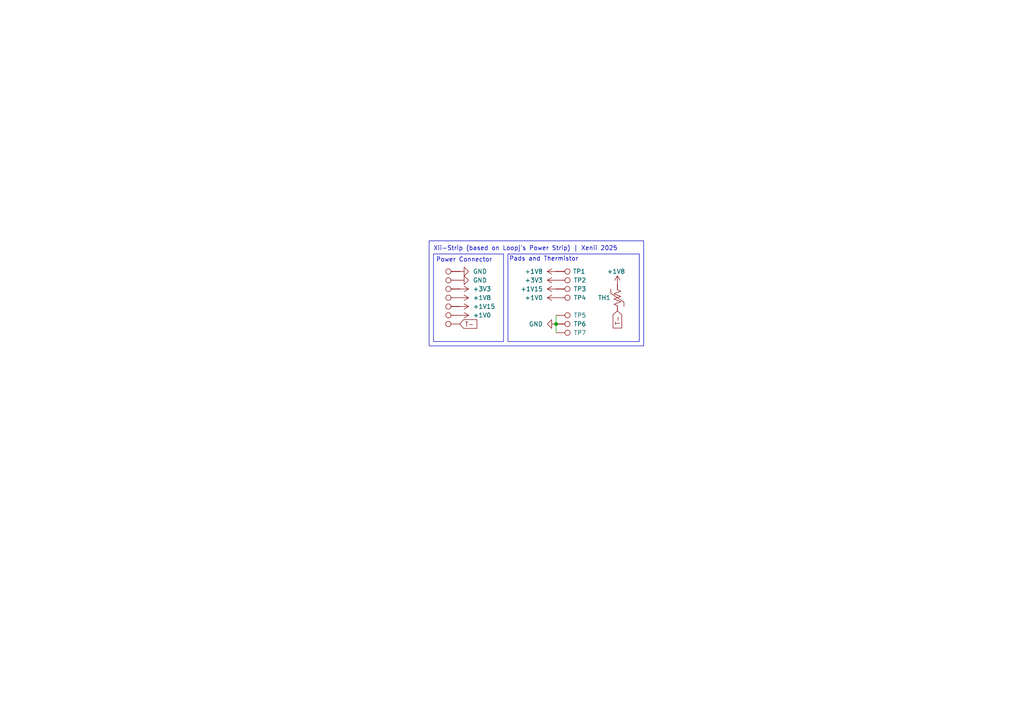
<source format=kicad_sch>
(kicad_sch
	(version 20231120)
	(generator "eeschema")
	(generator_version "8.0")
	(uuid "44cedf01-296b-4a1e-b4ec-dac579787f90")
	(paper "A4")
	(lib_symbols
		(symbol "Connector:TestPoint"
			(pin_numbers hide)
			(pin_names
				(offset 0.762) hide)
			(exclude_from_sim no)
			(in_bom yes)
			(on_board yes)
			(property "Reference" "TP"
				(at 0 6.858 0)
				(effects
					(font
						(size 1.27 1.27)
					)
				)
			)
			(property "Value" "TestPoint"
				(at 0 5.08 0)
				(effects
					(font
						(size 1.27 1.27)
					)
				)
			)
			(property "Footprint" ""
				(at 5.08 0 0)
				(effects
					(font
						(size 1.27 1.27)
					)
					(hide yes)
				)
			)
			(property "Datasheet" "~"
				(at 5.08 0 0)
				(effects
					(font
						(size 1.27 1.27)
					)
					(hide yes)
				)
			)
			(property "Description" "test point"
				(at 0 0 0)
				(effects
					(font
						(size 1.27 1.27)
					)
					(hide yes)
				)
			)
			(property "ki_keywords" "test point tp"
				(at 0 0 0)
				(effects
					(font
						(size 1.27 1.27)
					)
					(hide yes)
				)
			)
			(property "ki_fp_filters" "Pin* Test*"
				(at 0 0 0)
				(effects
					(font
						(size 1.27 1.27)
					)
					(hide yes)
				)
			)
			(symbol "TestPoint_0_1"
				(circle
					(center 0 3.302)
					(radius 0.762)
					(stroke
						(width 0)
						(type default)
					)
					(fill
						(type none)
					)
				)
			)
			(symbol "TestPoint_1_1"
				(pin passive line
					(at 0 0 90)
					(length 2.54)
					(name "1"
						(effects
							(font
								(size 1.27 1.27)
							)
						)
					)
					(number "1"
						(effects
							(font
								(size 1.27 1.27)
							)
						)
					)
				)
			)
		)
		(symbol "Device:Thermistor_US"
			(pin_numbers hide)
			(pin_names
				(offset 0)
			)
			(exclude_from_sim no)
			(in_bom yes)
			(on_board yes)
			(property "Reference" "TH"
				(at 2.54 1.27 90)
				(effects
					(font
						(size 1.27 1.27)
					)
				)
			)
			(property "Value" "Thermistor_US"
				(at -2.54 0 90)
				(effects
					(font
						(size 1.27 1.27)
					)
					(justify bottom)
				)
			)
			(property "Footprint" ""
				(at 0 0 0)
				(effects
					(font
						(size 1.27 1.27)
					)
					(hide yes)
				)
			)
			(property "Datasheet" "~"
				(at 0 0 0)
				(effects
					(font
						(size 1.27 1.27)
					)
					(hide yes)
				)
			)
			(property "Description" "Thermistor, temperature dependent resistor, US symbol"
				(at 0 0 0)
				(effects
					(font
						(size 1.27 1.27)
					)
					(hide yes)
				)
			)
			(property "ki_keywords" "R res thermistor"
				(at 0 0 0)
				(effects
					(font
						(size 1.27 1.27)
					)
					(hide yes)
				)
			)
			(property "ki_fp_filters" "R_*"
				(at 0 0 0)
				(effects
					(font
						(size 1.27 1.27)
					)
					(hide yes)
				)
			)
			(symbol "Thermistor_US_0_1"
				(polyline
					(pts
						(xy 0 -2.286) (xy 0 -2.54)
					)
					(stroke
						(width 0)
						(type default)
					)
					(fill
						(type none)
					)
				)
				(polyline
					(pts
						(xy 0 2.286) (xy 0 2.54)
					)
					(stroke
						(width 0)
						(type default)
					)
					(fill
						(type none)
					)
				)
				(polyline
					(pts
						(xy 1.905 -1.27) (xy 1.905 -2.54)
					)
					(stroke
						(width 0)
						(type default)
					)
					(fill
						(type none)
					)
				)
				(polyline
					(pts
						(xy -1.905 2.54) (xy -1.905 1.27) (xy 1.905 -1.27)
					)
					(stroke
						(width 0)
						(type default)
					)
					(fill
						(type none)
					)
				)
				(polyline
					(pts
						(xy 0 -0.762) (xy 1.016 -1.143) (xy 0 -1.524) (xy -1.016 -1.905) (xy 0 -2.286)
					)
					(stroke
						(width 0)
						(type default)
					)
					(fill
						(type none)
					)
				)
				(polyline
					(pts
						(xy 0 0.762) (xy 1.016 0.381) (xy 0 0) (xy -1.016 -0.381) (xy 0 -0.762)
					)
					(stroke
						(width 0)
						(type default)
					)
					(fill
						(type none)
					)
				)
				(polyline
					(pts
						(xy 0 2.286) (xy 1.016 1.905) (xy 0 1.524) (xy -1.016 1.143) (xy 0 0.762)
					)
					(stroke
						(width 0)
						(type default)
					)
					(fill
						(type none)
					)
				)
			)
			(symbol "Thermistor_US_1_1"
				(pin passive line
					(at 0 3.81 270)
					(length 1.27)
					(name "~"
						(effects
							(font
								(size 1.27 1.27)
							)
						)
					)
					(number "1"
						(effects
							(font
								(size 1.27 1.27)
							)
						)
					)
				)
				(pin passive line
					(at 0 -3.81 90)
					(length 1.27)
					(name "~"
						(effects
							(font
								(size 1.27 1.27)
							)
						)
					)
					(number "2"
						(effects
							(font
								(size 1.27 1.27)
							)
						)
					)
				)
			)
		)
		(symbol "power:+1V0"
			(power)
			(pin_numbers hide)
			(pin_names
				(offset 0) hide)
			(exclude_from_sim no)
			(in_bom yes)
			(on_board yes)
			(property "Reference" "#PWR"
				(at 0 -3.81 0)
				(effects
					(font
						(size 1.27 1.27)
					)
					(hide yes)
				)
			)
			(property "Value" "+1V0"
				(at 0 3.556 0)
				(effects
					(font
						(size 1.27 1.27)
					)
				)
			)
			(property "Footprint" ""
				(at 0 0 0)
				(effects
					(font
						(size 1.27 1.27)
					)
					(hide yes)
				)
			)
			(property "Datasheet" ""
				(at 0 0 0)
				(effects
					(font
						(size 1.27 1.27)
					)
					(hide yes)
				)
			)
			(property "Description" "Power symbol creates a global label with name \"+1V0\""
				(at 0 0 0)
				(effects
					(font
						(size 1.27 1.27)
					)
					(hide yes)
				)
			)
			(property "ki_keywords" "global power"
				(at 0 0 0)
				(effects
					(font
						(size 1.27 1.27)
					)
					(hide yes)
				)
			)
			(symbol "+1V0_0_1"
				(polyline
					(pts
						(xy -0.762 1.27) (xy 0 2.54)
					)
					(stroke
						(width 0)
						(type default)
					)
					(fill
						(type none)
					)
				)
				(polyline
					(pts
						(xy 0 0) (xy 0 2.54)
					)
					(stroke
						(width 0)
						(type default)
					)
					(fill
						(type none)
					)
				)
				(polyline
					(pts
						(xy 0 2.54) (xy 0.762 1.27)
					)
					(stroke
						(width 0)
						(type default)
					)
					(fill
						(type none)
					)
				)
			)
			(symbol "+1V0_1_1"
				(pin power_in line
					(at 0 0 90)
					(length 0)
					(name "~"
						(effects
							(font
								(size 1.27 1.27)
							)
						)
					)
					(number "1"
						(effects
							(font
								(size 1.27 1.27)
							)
						)
					)
				)
			)
		)
		(symbol "power:+1V2"
			(power)
			(pin_numbers hide)
			(pin_names
				(offset 0) hide)
			(exclude_from_sim no)
			(in_bom yes)
			(on_board yes)
			(property "Reference" "#PWR"
				(at 0 -3.81 0)
				(effects
					(font
						(size 1.27 1.27)
					)
					(hide yes)
				)
			)
			(property "Value" "+1V2"
				(at 0 3.556 0)
				(effects
					(font
						(size 1.27 1.27)
					)
				)
			)
			(property "Footprint" ""
				(at 0 0 0)
				(effects
					(font
						(size 1.27 1.27)
					)
					(hide yes)
				)
			)
			(property "Datasheet" ""
				(at 0 0 0)
				(effects
					(font
						(size 1.27 1.27)
					)
					(hide yes)
				)
			)
			(property "Description" "Power symbol creates a global label with name \"+1V2\""
				(at 0 0 0)
				(effects
					(font
						(size 1.27 1.27)
					)
					(hide yes)
				)
			)
			(property "ki_keywords" "global power"
				(at 0 0 0)
				(effects
					(font
						(size 1.27 1.27)
					)
					(hide yes)
				)
			)
			(symbol "+1V2_0_1"
				(polyline
					(pts
						(xy -0.762 1.27) (xy 0 2.54)
					)
					(stroke
						(width 0)
						(type default)
					)
					(fill
						(type none)
					)
				)
				(polyline
					(pts
						(xy 0 0) (xy 0 2.54)
					)
					(stroke
						(width 0)
						(type default)
					)
					(fill
						(type none)
					)
				)
				(polyline
					(pts
						(xy 0 2.54) (xy 0.762 1.27)
					)
					(stroke
						(width 0)
						(type default)
					)
					(fill
						(type none)
					)
				)
			)
			(symbol "+1V2_1_1"
				(pin power_in line
					(at 0 0 90)
					(length 0)
					(name "~"
						(effects
							(font
								(size 1.27 1.27)
							)
						)
					)
					(number "1"
						(effects
							(font
								(size 1.27 1.27)
							)
						)
					)
				)
			)
		)
		(symbol "power:+1V8"
			(power)
			(pin_numbers hide)
			(pin_names
				(offset 0) hide)
			(exclude_from_sim no)
			(in_bom yes)
			(on_board yes)
			(property "Reference" "#PWR"
				(at 0 -3.81 0)
				(effects
					(font
						(size 1.27 1.27)
					)
					(hide yes)
				)
			)
			(property "Value" "+1V8"
				(at 0 3.556 0)
				(effects
					(font
						(size 1.27 1.27)
					)
				)
			)
			(property "Footprint" ""
				(at 0 0 0)
				(effects
					(font
						(size 1.27 1.27)
					)
					(hide yes)
				)
			)
			(property "Datasheet" ""
				(at 0 0 0)
				(effects
					(font
						(size 1.27 1.27)
					)
					(hide yes)
				)
			)
			(property "Description" "Power symbol creates a global label with name \"+1V8\""
				(at 0 0 0)
				(effects
					(font
						(size 1.27 1.27)
					)
					(hide yes)
				)
			)
			(property "ki_keywords" "global power"
				(at 0 0 0)
				(effects
					(font
						(size 1.27 1.27)
					)
					(hide yes)
				)
			)
			(symbol "+1V8_0_1"
				(polyline
					(pts
						(xy -0.762 1.27) (xy 0 2.54)
					)
					(stroke
						(width 0)
						(type default)
					)
					(fill
						(type none)
					)
				)
				(polyline
					(pts
						(xy 0 0) (xy 0 2.54)
					)
					(stroke
						(width 0)
						(type default)
					)
					(fill
						(type none)
					)
				)
				(polyline
					(pts
						(xy 0 2.54) (xy 0.762 1.27)
					)
					(stroke
						(width 0)
						(type default)
					)
					(fill
						(type none)
					)
				)
			)
			(symbol "+1V8_1_1"
				(pin power_in line
					(at 0 0 90)
					(length 0)
					(name "~"
						(effects
							(font
								(size 1.27 1.27)
							)
						)
					)
					(number "1"
						(effects
							(font
								(size 1.27 1.27)
							)
						)
					)
				)
			)
		)
		(symbol "power:+3V3"
			(power)
			(pin_numbers hide)
			(pin_names
				(offset 0) hide)
			(exclude_from_sim no)
			(in_bom yes)
			(on_board yes)
			(property "Reference" "#PWR"
				(at 0 -3.81 0)
				(effects
					(font
						(size 1.27 1.27)
					)
					(hide yes)
				)
			)
			(property "Value" "+3V3"
				(at 0 3.556 0)
				(effects
					(font
						(size 1.27 1.27)
					)
				)
			)
			(property "Footprint" ""
				(at 0 0 0)
				(effects
					(font
						(size 1.27 1.27)
					)
					(hide yes)
				)
			)
			(property "Datasheet" ""
				(at 0 0 0)
				(effects
					(font
						(size 1.27 1.27)
					)
					(hide yes)
				)
			)
			(property "Description" "Power symbol creates a global label with name \"+3V3\""
				(at 0 0 0)
				(effects
					(font
						(size 1.27 1.27)
					)
					(hide yes)
				)
			)
			(property "ki_keywords" "global power"
				(at 0 0 0)
				(effects
					(font
						(size 1.27 1.27)
					)
					(hide yes)
				)
			)
			(symbol "+3V3_0_1"
				(polyline
					(pts
						(xy -0.762 1.27) (xy 0 2.54)
					)
					(stroke
						(width 0)
						(type default)
					)
					(fill
						(type none)
					)
				)
				(polyline
					(pts
						(xy 0 0) (xy 0 2.54)
					)
					(stroke
						(width 0)
						(type default)
					)
					(fill
						(type none)
					)
				)
				(polyline
					(pts
						(xy 0 2.54) (xy 0.762 1.27)
					)
					(stroke
						(width 0)
						(type default)
					)
					(fill
						(type none)
					)
				)
			)
			(symbol "+3V3_1_1"
				(pin power_in line
					(at 0 0 90)
					(length 0)
					(name "~"
						(effects
							(font
								(size 1.27 1.27)
							)
						)
					)
					(number "1"
						(effects
							(font
								(size 1.27 1.27)
							)
						)
					)
				)
			)
		)
		(symbol "power:GND"
			(power)
			(pin_numbers hide)
			(pin_names
				(offset 0) hide)
			(exclude_from_sim no)
			(in_bom yes)
			(on_board yes)
			(property "Reference" "#PWR"
				(at 0 -6.35 0)
				(effects
					(font
						(size 1.27 1.27)
					)
					(hide yes)
				)
			)
			(property "Value" "GND"
				(at 0 -3.81 0)
				(effects
					(font
						(size 1.27 1.27)
					)
				)
			)
			(property "Footprint" ""
				(at 0 0 0)
				(effects
					(font
						(size 1.27 1.27)
					)
					(hide yes)
				)
			)
			(property "Datasheet" ""
				(at 0 0 0)
				(effects
					(font
						(size 1.27 1.27)
					)
					(hide yes)
				)
			)
			(property "Description" "Power symbol creates a global label with name \"GND\" , ground"
				(at 0 0 0)
				(effects
					(font
						(size 1.27 1.27)
					)
					(hide yes)
				)
			)
			(property "ki_keywords" "global power"
				(at 0 0 0)
				(effects
					(font
						(size 1.27 1.27)
					)
					(hide yes)
				)
			)
			(symbol "GND_0_1"
				(polyline
					(pts
						(xy 0 0) (xy 0 -1.27) (xy 1.27 -1.27) (xy 0 -2.54) (xy -1.27 -1.27) (xy 0 -1.27)
					)
					(stroke
						(width 0)
						(type default)
					)
					(fill
						(type none)
					)
				)
			)
			(symbol "GND_1_1"
				(pin power_in line
					(at 0 0 270)
					(length 0)
					(name "~"
						(effects
							(font
								(size 1.27 1.27)
							)
						)
					)
					(number "1"
						(effects
							(font
								(size 1.27 1.27)
							)
						)
					)
				)
			)
		)
	)
	(junction
		(at 161.29 93.98)
		(diameter 0)
		(color 0 0 0 0)
		(uuid "575b933b-b872-46f2-ac05-def07c714e1c")
	)
	(wire
		(pts
			(xy 161.29 91.44) (xy 161.29 93.98)
		)
		(stroke
			(width 0)
			(type default)
		)
		(uuid "db43b2ec-deec-47eb-ac36-74a30e5babe8")
	)
	(wire
		(pts
			(xy 161.29 93.98) (xy 161.29 96.52)
		)
		(stroke
			(width 0)
			(type default)
		)
		(uuid "fd98a2ea-35e0-4871-b71d-1a4df567166d")
	)
	(rectangle
		(start 125.73 73.66)
		(end 146.05 99.06)
		(stroke
			(width 0)
			(type default)
		)
		(fill
			(type none)
		)
		(uuid 71edfc38-1356-4c36-ab5b-b873d7314ee8)
	)
	(rectangle
		(start 147.32 73.66)
		(end 185.42 99.06)
		(stroke
			(width 0)
			(type default)
		)
		(fill
			(type none)
		)
		(uuid b96e5f9e-9c3a-4c84-9868-3f27d0e69725)
	)
	(rectangle
		(start 124.46 69.85)
		(end 186.69 100.33)
		(stroke
			(width 0)
			(type default)
		)
		(fill
			(type none)
		)
		(uuid e79b10bc-6425-4194-97e8-15e5c5874e21)
	)
	(text "Power Connector"
		(exclude_from_sim no)
		(at 134.62 75.438 0)
		(effects
			(font
				(size 1.27 1.27)
			)
		)
		(uuid "716169fd-d4c5-4c16-935a-1df45e870dc2")
	)
	(text "Xii-Strip (based on Loopj's Power Strip) | Xenii 2025"
		(exclude_from_sim no)
		(at 152.4 72.136 0)
		(effects
			(font
				(size 1.27 1.27)
			)
		)
		(uuid "cdb9f8a0-4c16-40ee-b234-622b68a335b2")
	)
	(text "Pads and Thermistor"
		(exclude_from_sim no)
		(at 157.734 75.184 0)
		(effects
			(font
				(size 1.27 1.27)
			)
		)
		(uuid "e4131234-6517-4a7e-9544-31b89190d440")
	)
	(global_label "T-"
		(shape input)
		(at 179.07 90.17 270)
		(fields_autoplaced yes)
		(effects
			(font
				(size 1.27 1.27)
			)
			(justify right)
		)
		(uuid "11d9e6dc-01ca-4525-8b94-86b982796422")
		(property "Intersheetrefs" "${INTERSHEET_REFS}"
			(at 179.07 95.6952 90)
			(effects
				(font
					(size 1.27 1.27)
				)
				(justify right)
				(hide yes)
			)
		)
	)
	(global_label "T-"
		(shape input)
		(at 133.35 93.98 0)
		(fields_autoplaced yes)
		(effects
			(font
				(size 1.27 1.27)
			)
			(justify left)
		)
		(uuid "7d4b4f04-03cf-4a07-89cd-fc509794b8fb")
		(property "Intersheetrefs" "${INTERSHEET_REFS}"
			(at 138.8752 93.98 0)
			(effects
				(font
					(size 1.27 1.27)
				)
				(justify left)
				(hide yes)
			)
		)
	)
	(symbol
		(lib_id "Connector:TestPoint")
		(at 133.35 91.44 90)
		(unit 1)
		(exclude_from_sim no)
		(in_bom yes)
		(on_board yes)
		(dnp no)
		(uuid "00298f6a-cffd-4fc1-8390-06e0568965cb")
		(property "Reference" "TP11"
			(at 125.222 91.44 90)
			(effects
				(font
					(size 1.27 1.27)
				)
				(hide yes)
			)
		)
		(property "Value" "TestPoint"
			(at 130.048 88.9 90)
			(effects
				(font
					(size 1.27 1.27)
				)
				(hide yes)
			)
		)
		(property "Footprint" "Xii-Striip-Power-Pad:Pogo Power Pad Dual"
			(at 133.35 86.36 0)
			(effects
				(font
					(size 1.27 1.27)
				)
				(hide yes)
			)
		)
		(property "Datasheet" "~"
			(at 133.35 86.36 0)
			(effects
				(font
					(size 1.27 1.27)
				)
				(hide yes)
			)
		)
		(property "Description" "test point"
			(at 133.35 91.44 0)
			(effects
				(font
					(size 1.27 1.27)
				)
				(hide yes)
			)
		)
		(pin "1"
			(uuid "8bef4c99-4a25-4f36-ad4a-aa1af93ae585")
		)
		(instances
			(project "Xii-Strip"
				(path "/44cedf01-296b-4a1e-b4ec-dac579787f90"
					(reference "TP11")
					(unit 1)
				)
			)
		)
	)
	(symbol
		(lib_id "Connector:TestPoint")
		(at 161.29 91.44 270)
		(unit 1)
		(exclude_from_sim no)
		(in_bom yes)
		(on_board yes)
		(dnp no)
		(uuid "058e94a8-eb16-45ba-a2c2-e9b153cc5a18")
		(property "Reference" "TP5"
			(at 166.37 91.44 90)
			(effects
				(font
					(size 1.27 1.27)
				)
				(justify left)
			)
		)
		(property "Value" "TestPoint"
			(at 166.37 92.7099 90)
			(effects
				(font
					(size 1.27 1.27)
				)
				(justify left)
				(hide yes)
			)
		)
		(property "Footprint" "Xii-Striip-Power-Pad:Xii-Strip-Power-Pad"
			(at 161.29 96.52 0)
			(effects
				(font
					(size 1.27 1.27)
				)
				(hide yes)
			)
		)
		(property "Datasheet" "~"
			(at 161.29 96.52 0)
			(effects
				(font
					(size 1.27 1.27)
				)
				(hide yes)
			)
		)
		(property "Description" "test point"
			(at 161.29 91.44 0)
			(effects
				(font
					(size 1.27 1.27)
				)
				(hide yes)
			)
		)
		(pin "1"
			(uuid "9423429a-f9fc-4772-a2d4-833a58da6d2d")
		)
		(instances
			(project "Xii-Strip"
				(path "/44cedf01-296b-4a1e-b4ec-dac579787f90"
					(reference "TP5")
					(unit 1)
				)
			)
		)
	)
	(symbol
		(lib_id "power:GND")
		(at 133.35 78.74 90)
		(unit 1)
		(exclude_from_sim no)
		(in_bom yes)
		(on_board yes)
		(dnp no)
		(fields_autoplaced yes)
		(uuid "09270c08-d0b1-4511-b950-17ed5c9bb81c")
		(property "Reference" "#PWR01"
			(at 139.7 78.74 0)
			(effects
				(font
					(size 1.27 1.27)
				)
				(hide yes)
			)
		)
		(property "Value" "GND"
			(at 137.16 78.7399 90)
			(effects
				(font
					(size 1.27 1.27)
				)
				(justify right)
			)
		)
		(property "Footprint" ""
			(at 133.35 78.74 0)
			(effects
				(font
					(size 1.27 1.27)
				)
				(hide yes)
			)
		)
		(property "Datasheet" ""
			(at 133.35 78.74 0)
			(effects
				(font
					(size 1.27 1.27)
				)
				(hide yes)
			)
		)
		(property "Description" "Power symbol creates a global label with name \"GND\" , ground"
			(at 133.35 78.74 0)
			(effects
				(font
					(size 1.27 1.27)
				)
				(hide yes)
			)
		)
		(pin "1"
			(uuid "f9e17de9-b116-48be-87c6-f7add6861105")
		)
		(instances
			(project "Xii-Strip"
				(path "/44cedf01-296b-4a1e-b4ec-dac579787f90"
					(reference "#PWR01")
					(unit 1)
				)
			)
		)
	)
	(symbol
		(lib_id "Connector:TestPoint")
		(at 133.35 93.98 90)
		(unit 1)
		(exclude_from_sim no)
		(in_bom yes)
		(on_board yes)
		(dnp no)
		(uuid "0c158eca-8054-4304-b4dd-56dd6bfd3b13")
		(property "Reference" "TP9"
			(at 125.222 93.98 90)
			(effects
				(font
					(size 1.27 1.27)
				)
				(hide yes)
			)
		)
		(property "Value" "TestPoint"
			(at 130.048 91.44 90)
			(effects
				(font
					(size 1.27 1.27)
				)
				(hide yes)
			)
		)
		(property "Footprint" "0900_0_15_20_76_14_11_0:Power-POGO"
			(at 133.35 88.9 0)
			(effects
				(font
					(size 1.27 1.27)
				)
				(hide yes)
			)
		)
		(property "Datasheet" "~"
			(at 133.35 88.9 0)
			(effects
				(font
					(size 1.27 1.27)
				)
				(hide yes)
			)
		)
		(property "Description" "test point"
			(at 133.35 93.98 0)
			(effects
				(font
					(size 1.27 1.27)
				)
				(hide yes)
			)
		)
		(pin "1"
			(uuid "445811b0-2ee5-4074-8600-6cef19d4dcb0")
		)
		(instances
			(project "Xii-Strip"
				(path "/44cedf01-296b-4a1e-b4ec-dac579787f90"
					(reference "TP9")
					(unit 1)
				)
			)
		)
	)
	(symbol
		(lib_id "Connector:TestPoint")
		(at 161.29 93.98 270)
		(unit 1)
		(exclude_from_sim no)
		(in_bom yes)
		(on_board yes)
		(dnp no)
		(uuid "201f5ed8-3946-462f-b88f-8b851cf4f80d")
		(property "Reference" "TP6"
			(at 166.37 93.98 90)
			(effects
				(font
					(size 1.27 1.27)
				)
				(justify left)
			)
		)
		(property "Value" "TestPoint"
			(at 166.37 95.2499 90)
			(effects
				(font
					(size 1.27 1.27)
				)
				(justify left)
				(hide yes)
			)
		)
		(property "Footprint" "Xii-Striip-Power-Pad:Xii-Strip-Power-Pad"
			(at 161.29 99.06 0)
			(effects
				(font
					(size 1.27 1.27)
				)
				(hide yes)
			)
		)
		(property "Datasheet" "~"
			(at 161.29 99.06 0)
			(effects
				(font
					(size 1.27 1.27)
				)
				(hide yes)
			)
		)
		(property "Description" "test point"
			(at 161.29 93.98 0)
			(effects
				(font
					(size 1.27 1.27)
				)
				(hide yes)
			)
		)
		(pin "1"
			(uuid "d4ffc014-7d1a-4ac0-9cd2-eed90cdff3b8")
		)
		(instances
			(project "Xii-Strip"
				(path "/44cedf01-296b-4a1e-b4ec-dac579787f90"
					(reference "TP6")
					(unit 1)
				)
			)
		)
	)
	(symbol
		(lib_id "Connector:TestPoint")
		(at 133.35 78.74 90)
		(unit 1)
		(exclude_from_sim no)
		(in_bom yes)
		(on_board yes)
		(dnp no)
		(uuid "36d531a9-6bbd-4770-9599-f5e5605e4123")
		(property "Reference" "TP14"
			(at 125.222 78.74 90)
			(effects
				(font
					(size 1.27 1.27)
				)
				(hide yes)
			)
		)
		(property "Value" "TestPoint"
			(at 130.048 76.2 90)
			(effects
				(font
					(size 1.27 1.27)
				)
				(hide yes)
			)
		)
		(property "Footprint" "0900_0_15_20_76_14_11_0:Power-POGO"
			(at 133.35 73.66 0)
			(effects
				(font
					(size 1.27 1.27)
				)
				(hide yes)
			)
		)
		(property "Datasheet" "~"
			(at 133.35 73.66 0)
			(effects
				(font
					(size 1.27 1.27)
				)
				(hide yes)
			)
		)
		(property "Description" "test point"
			(at 133.35 78.74 0)
			(effects
				(font
					(size 1.27 1.27)
				)
				(hide yes)
			)
		)
		(pin "1"
			(uuid "829eac4c-6dd3-48b6-87f4-51aa82afa17e")
		)
		(instances
			(project "Xii-Strip"
				(path "/44cedf01-296b-4a1e-b4ec-dac579787f90"
					(reference "TP14")
					(unit 1)
				)
			)
		)
	)
	(symbol
		(lib_id "Connector:TestPoint")
		(at 133.35 83.82 90)
		(unit 1)
		(exclude_from_sim no)
		(in_bom yes)
		(on_board yes)
		(dnp no)
		(uuid "41e2db66-a780-4a8b-ae83-ce76101eed61")
		(property "Reference" "TP8"
			(at 125.222 83.82 90)
			(effects
				(font
					(size 1.27 1.27)
				)
				(hide yes)
			)
		)
		(property "Value" "TestPoint"
			(at 130.048 81.28 90)
			(effects
				(font
					(size 1.27 1.27)
				)
				(hide yes)
			)
		)
		(property "Footprint" "Xii-Striip-Power-Pad:Pogo Power Pad Dual"
			(at 133.35 78.74 0)
			(effects
				(font
					(size 1.27 1.27)
				)
				(hide yes)
			)
		)
		(property "Datasheet" "~"
			(at 133.35 78.74 0)
			(effects
				(font
					(size 1.27 1.27)
				)
				(hide yes)
			)
		)
		(property "Description" "test point"
			(at 133.35 83.82 0)
			(effects
				(font
					(size 1.27 1.27)
				)
				(hide yes)
			)
		)
		(pin "1"
			(uuid "a43f15eb-e699-4aaa-a16e-824c9dae0f7d")
		)
		(instances
			(project ""
				(path "/44cedf01-296b-4a1e-b4ec-dac579787f90"
					(reference "TP8")
					(unit 1)
				)
			)
		)
	)
	(symbol
		(lib_id "power:+1V8")
		(at 179.07 82.55 0)
		(unit 1)
		(exclude_from_sim no)
		(in_bom yes)
		(on_board yes)
		(dnp no)
		(uuid "49b137a2-97c2-4010-a0df-9dd3d85a4adf")
		(property "Reference" "#PWR012"
			(at 179.07 86.36 0)
			(effects
				(font
					(size 1.27 1.27)
				)
				(hide yes)
			)
		)
		(property "Value" "+1V8"
			(at 176.022 78.74 0)
			(effects
				(font
					(size 1.27 1.27)
				)
				(justify left)
			)
		)
		(property "Footprint" ""
			(at 179.07 82.55 0)
			(effects
				(font
					(size 1.27 1.27)
				)
				(hide yes)
			)
		)
		(property "Datasheet" ""
			(at 179.07 82.55 0)
			(effects
				(font
					(size 1.27 1.27)
				)
				(hide yes)
			)
		)
		(property "Description" "Power symbol creates a global label with name \"+1V8\""
			(at 179.07 82.55 0)
			(effects
				(font
					(size 1.27 1.27)
				)
				(hide yes)
			)
		)
		(pin "1"
			(uuid "23713869-ef56-4b95-aece-e08e0f0bb54d")
		)
		(instances
			(project "Xii-Strip"
				(path "/44cedf01-296b-4a1e-b4ec-dac579787f90"
					(reference "#PWR012")
					(unit 1)
				)
			)
		)
	)
	(symbol
		(lib_id "Connector:TestPoint")
		(at 133.35 81.28 90)
		(unit 1)
		(exclude_from_sim no)
		(in_bom yes)
		(on_board yes)
		(dnp no)
		(uuid "4c606da0-a71a-48c8-8e28-ebfaefaa2a52")
		(property "Reference" "TP12"
			(at 125.222 81.28 90)
			(effects
				(font
					(size 1.27 1.27)
				)
				(hide yes)
			)
		)
		(property "Value" "TestPoint"
			(at 130.048 78.74 90)
			(effects
				(font
					(size 1.27 1.27)
				)
				(hide yes)
			)
		)
		(property "Footprint" "Xii-Striip-Power-Pad:Pogo Power Pad Dual"
			(at 133.35 76.2 0)
			(effects
				(font
					(size 1.27 1.27)
				)
				(hide yes)
			)
		)
		(property "Datasheet" "~"
			(at 133.35 76.2 0)
			(effects
				(font
					(size 1.27 1.27)
				)
				(hide yes)
			)
		)
		(property "Description" "test point"
			(at 133.35 81.28 0)
			(effects
				(font
					(size 1.27 1.27)
				)
				(hide yes)
			)
		)
		(pin "1"
			(uuid "37611aa5-888d-40a0-8293-17b731545200")
		)
		(instances
			(project "Xii-Strip"
				(path "/44cedf01-296b-4a1e-b4ec-dac579787f90"
					(reference "TP12")
					(unit 1)
				)
			)
		)
	)
	(symbol
		(lib_id "power:+1V0")
		(at 133.35 91.44 270)
		(unit 1)
		(exclude_from_sim no)
		(in_bom yes)
		(on_board yes)
		(dnp no)
		(fields_autoplaced yes)
		(uuid "4e48b7a7-fe4f-4c13-9bc1-5efad1a07281")
		(property "Reference" "#PWR05"
			(at 129.54 91.44 0)
			(effects
				(font
					(size 1.27 1.27)
				)
				(hide yes)
			)
		)
		(property "Value" "+1V0"
			(at 137.16 91.4399 90)
			(effects
				(font
					(size 1.27 1.27)
				)
				(justify left)
			)
		)
		(property "Footprint" ""
			(at 133.35 91.44 0)
			(effects
				(font
					(size 1.27 1.27)
				)
				(hide yes)
			)
		)
		(property "Datasheet" ""
			(at 133.35 91.44 0)
			(effects
				(font
					(size 1.27 1.27)
				)
				(hide yes)
			)
		)
		(property "Description" "Power symbol creates a global label with name \"+1V0\""
			(at 133.35 91.44 0)
			(effects
				(font
					(size 1.27 1.27)
				)
				(hide yes)
			)
		)
		(pin "1"
			(uuid "493b6a5e-2147-486c-8ab3-a02e074c097b")
		)
		(instances
			(project "Xii-Strip"
				(path "/44cedf01-296b-4a1e-b4ec-dac579787f90"
					(reference "#PWR05")
					(unit 1)
				)
			)
		)
	)
	(symbol
		(lib_id "Connector:TestPoint")
		(at 133.35 88.9 90)
		(unit 1)
		(exclude_from_sim no)
		(in_bom yes)
		(on_board yes)
		(dnp no)
		(uuid "56bf7b6a-4585-4167-99b2-efac031fbb55")
		(property "Reference" "TP10"
			(at 125.222 88.9 90)
			(effects
				(font
					(size 1.27 1.27)
				)
				(hide yes)
			)
		)
		(property "Value" "TestPoint"
			(at 130.048 86.36 90)
			(effects
				(font
					(size 1.27 1.27)
				)
				(hide yes)
			)
		)
		(property "Footprint" "Xii-Striip-Power-Pad:Pogo Power Pad Dual"
			(at 133.35 83.82 0)
			(effects
				(font
					(size 1.27 1.27)
				)
				(hide yes)
			)
		)
		(property "Datasheet" "~"
			(at 133.35 83.82 0)
			(effects
				(font
					(size 1.27 1.27)
				)
				(hide yes)
			)
		)
		(property "Description" "test point"
			(at 133.35 88.9 0)
			(effects
				(font
					(size 1.27 1.27)
				)
				(hide yes)
			)
		)
		(pin "1"
			(uuid "93b6880d-b8e4-4c91-8ec0-00e5f68c53ee")
		)
		(instances
			(project "Xii-Strip"
				(path "/44cedf01-296b-4a1e-b4ec-dac579787f90"
					(reference "TP10")
					(unit 1)
				)
			)
		)
	)
	(symbol
		(lib_id "power:+1V2")
		(at 133.35 88.9 270)
		(unit 1)
		(exclude_from_sim no)
		(in_bom yes)
		(on_board yes)
		(dnp no)
		(fields_autoplaced yes)
		(uuid "5dc68cb6-5b09-4111-94c9-62c2b4208372")
		(property "Reference" "#PWR04"
			(at 129.54 88.9 0)
			(effects
				(font
					(size 1.27 1.27)
				)
				(hide yes)
			)
		)
		(property "Value" "+1V15"
			(at 137.16 88.8999 90)
			(effects
				(font
					(size 1.27 1.27)
				)
				(justify left)
			)
		)
		(property "Footprint" ""
			(at 133.35 88.9 0)
			(effects
				(font
					(size 1.27 1.27)
				)
				(hide yes)
			)
		)
		(property "Datasheet" ""
			(at 133.35 88.9 0)
			(effects
				(font
					(size 1.27 1.27)
				)
				(hide yes)
			)
		)
		(property "Description" "Power symbol creates a global label with name \"+1V2\""
			(at 133.35 88.9 0)
			(effects
				(font
					(size 1.27 1.27)
				)
				(hide yes)
			)
		)
		(pin "1"
			(uuid "f4b2c846-f692-40ed-b4bb-e087cf8cd2dd")
		)
		(instances
			(project "Xii-Strip"
				(path "/44cedf01-296b-4a1e-b4ec-dac579787f90"
					(reference "#PWR04")
					(unit 1)
				)
			)
		)
	)
	(symbol
		(lib_id "power:+1V0")
		(at 161.29 86.36 90)
		(unit 1)
		(exclude_from_sim no)
		(in_bom yes)
		(on_board yes)
		(dnp no)
		(fields_autoplaced yes)
		(uuid "6530666d-6a5c-49c2-a91c-710527a73555")
		(property "Reference" "#PWR09"
			(at 165.1 86.36 0)
			(effects
				(font
					(size 1.27 1.27)
				)
				(hide yes)
			)
		)
		(property "Value" "+1V0"
			(at 157.48 86.3599 90)
			(effects
				(font
					(size 1.27 1.27)
				)
				(justify left)
			)
		)
		(property "Footprint" ""
			(at 161.29 86.36 0)
			(effects
				(font
					(size 1.27 1.27)
				)
				(hide yes)
			)
		)
		(property "Datasheet" ""
			(at 161.29 86.36 0)
			(effects
				(font
					(size 1.27 1.27)
				)
				(hide yes)
			)
		)
		(property "Description" "Power symbol creates a global label with name \"+1V0\""
			(at 161.29 86.36 0)
			(effects
				(font
					(size 1.27 1.27)
				)
				(hide yes)
			)
		)
		(pin "1"
			(uuid "d4cff000-6bff-424a-910b-9ab1d1c61cd9")
		)
		(instances
			(project "Xii-Strip"
				(path "/44cedf01-296b-4a1e-b4ec-dac579787f90"
					(reference "#PWR09")
					(unit 1)
				)
			)
		)
	)
	(symbol
		(lib_id "power:+3V3")
		(at 161.29 81.28 90)
		(unit 1)
		(exclude_from_sim no)
		(in_bom yes)
		(on_board yes)
		(dnp no)
		(fields_autoplaced yes)
		(uuid "670dcfd5-df67-4f4e-8b6d-b90e7fe1c911")
		(property "Reference" "#PWR011"
			(at 165.1 81.28 0)
			(effects
				(font
					(size 1.27 1.27)
				)
				(hide yes)
			)
		)
		(property "Value" "+3V3"
			(at 157.48 81.2799 90)
			(effects
				(font
					(size 1.27 1.27)
				)
				(justify left)
			)
		)
		(property "Footprint" ""
			(at 161.29 81.28 0)
			(effects
				(font
					(size 1.27 1.27)
				)
				(hide yes)
			)
		)
		(property "Datasheet" ""
			(at 161.29 81.28 0)
			(effects
				(font
					(size 1.27 1.27)
				)
				(hide yes)
			)
		)
		(property "Description" "Power symbol creates a global label with name \"+3V3\""
			(at 161.29 81.28 0)
			(effects
				(font
					(size 1.27 1.27)
				)
				(hide yes)
			)
		)
		(pin "1"
			(uuid "ceccac59-1497-4c18-bd6e-42ae03c059aa")
		)
		(instances
			(project ""
				(path "/44cedf01-296b-4a1e-b4ec-dac579787f90"
					(reference "#PWR011")
					(unit 1)
				)
			)
		)
	)
	(symbol
		(lib_id "power:+1V8")
		(at 161.29 78.74 90)
		(unit 1)
		(exclude_from_sim no)
		(in_bom yes)
		(on_board yes)
		(dnp no)
		(fields_autoplaced yes)
		(uuid "6946b73d-5fa5-463c-9f22-1dbb9678c80c")
		(property "Reference" "#PWR08"
			(at 165.1 78.74 0)
			(effects
				(font
					(size 1.27 1.27)
				)
				(hide yes)
			)
		)
		(property "Value" "+1V8"
			(at 157.48 78.7399 90)
			(effects
				(font
					(size 1.27 1.27)
				)
				(justify left)
			)
		)
		(property "Footprint" ""
			(at 161.29 78.74 0)
			(effects
				(font
					(size 1.27 1.27)
				)
				(hide yes)
			)
		)
		(property "Datasheet" ""
			(at 161.29 78.74 0)
			(effects
				(font
					(size 1.27 1.27)
				)
				(hide yes)
			)
		)
		(property "Description" "Power symbol creates a global label with name \"+1V8\""
			(at 161.29 78.74 0)
			(effects
				(font
					(size 1.27 1.27)
				)
				(hide yes)
			)
		)
		(pin "1"
			(uuid "a1eecfed-b8b8-47a7-a240-de4d1f0a9c24")
		)
		(instances
			(project ""
				(path "/44cedf01-296b-4a1e-b4ec-dac579787f90"
					(reference "#PWR08")
					(unit 1)
				)
			)
		)
	)
	(symbol
		(lib_id "Device:Thermistor_US")
		(at 179.07 86.36 180)
		(unit 1)
		(exclude_from_sim no)
		(in_bom yes)
		(on_board yes)
		(dnp no)
		(uuid "7ec7055f-f491-47a6-8f38-781648b9d89d")
		(property "Reference" "TH1"
			(at 175.26 86.36 0)
			(effects
				(font
					(size 1.27 1.27)
				)
			)
		)
		(property "Value" "Thermistor_US"
			(at 175.26 86.36 90)
			(effects
				(font
					(size 1.27 1.27)
				)
				(hide yes)
			)
		)
		(property "Footprint" "Resistor_SMD:R_0603_1608Metric"
			(at 179.07 86.36 0)
			(effects
				(font
					(size 1.27 1.27)
				)
				(hide yes)
			)
		)
		(property "Datasheet" "~"
			(at 179.07 86.36 0)
			(effects
				(font
					(size 1.27 1.27)
				)
				(hide yes)
			)
		)
		(property "Description" "Thermistor, temperature dependent resistor, US symbol"
			(at 179.07 86.36 0)
			(effects
				(font
					(size 1.27 1.27)
				)
				(hide yes)
			)
		)
		(pin "2"
			(uuid "c6e6ee8f-0997-4c95-baa4-3560804444c7")
		)
		(pin "1"
			(uuid "6aed0867-b297-4dde-8a8f-e3b8e183ae7b")
		)
		(instances
			(project ""
				(path "/44cedf01-296b-4a1e-b4ec-dac579787f90"
					(reference "TH1")
					(unit 1)
				)
			)
		)
	)
	(symbol
		(lib_id "power:+1V8")
		(at 133.35 86.36 270)
		(unit 1)
		(exclude_from_sim no)
		(in_bom yes)
		(on_board yes)
		(dnp no)
		(fields_autoplaced yes)
		(uuid "8326b94b-c874-4343-8e53-ef401eb0e2ad")
		(property "Reference" "#PWR02"
			(at 129.54 86.36 0)
			(effects
				(font
					(size 1.27 1.27)
				)
				(hide yes)
			)
		)
		(property "Value" "+1V8"
			(at 137.16 86.3599 90)
			(effects
				(font
					(size 1.27 1.27)
				)
				(justify left)
			)
		)
		(property "Footprint" ""
			(at 133.35 86.36 0)
			(effects
				(font
					(size 1.27 1.27)
				)
				(hide yes)
			)
		)
		(property "Datasheet" ""
			(at 133.35 86.36 0)
			(effects
				(font
					(size 1.27 1.27)
				)
				(hide yes)
			)
		)
		(property "Description" "Power symbol creates a global label with name \"+1V8\""
			(at 133.35 86.36 0)
			(effects
				(font
					(size 1.27 1.27)
				)
				(hide yes)
			)
		)
		(pin "1"
			(uuid "a9736369-7c3a-4844-abe1-722b15cb896b")
		)
		(instances
			(project ""
				(path "/44cedf01-296b-4a1e-b4ec-dac579787f90"
					(reference "#PWR02")
					(unit 1)
				)
			)
		)
	)
	(symbol
		(lib_id "Connector:TestPoint")
		(at 161.29 81.28 270)
		(unit 1)
		(exclude_from_sim no)
		(in_bom yes)
		(on_board yes)
		(dnp no)
		(uuid "83bd5e9b-df18-4a48-8e44-0f7c534b7f34")
		(property "Reference" "TP2"
			(at 166.37 81.28 90)
			(effects
				(font
					(size 1.27 1.27)
				)
				(justify left)
			)
		)
		(property "Value" "TestPoint"
			(at 166.37 82.5499 90)
			(effects
				(font
					(size 1.27 1.27)
				)
				(justify left)
				(hide yes)
			)
		)
		(property "Footprint" "Xii-Striip-Power-Pad:Xii-Strip-Power-Pad"
			(at 161.29 86.36 0)
			(effects
				(font
					(size 1.27 1.27)
				)
				(hide yes)
			)
		)
		(property "Datasheet" "~"
			(at 161.29 86.36 0)
			(effects
				(font
					(size 1.27 1.27)
				)
				(hide yes)
			)
		)
		(property "Description" "test point"
			(at 161.29 81.28 0)
			(effects
				(font
					(size 1.27 1.27)
				)
				(hide yes)
			)
		)
		(pin "1"
			(uuid "ee8dc2b0-4923-469b-94f7-c783d5ef294b")
		)
		(instances
			(project "Xii-Strip"
				(path "/44cedf01-296b-4a1e-b4ec-dac579787f90"
					(reference "TP2")
					(unit 1)
				)
			)
		)
	)
	(symbol
		(lib_id "power:+3V3")
		(at 133.35 83.82 270)
		(unit 1)
		(exclude_from_sim no)
		(in_bom yes)
		(on_board yes)
		(dnp no)
		(fields_autoplaced yes)
		(uuid "999a4f4c-fa37-4ae5-ae4c-2f746e63620f")
		(property "Reference" "#PWR06"
			(at 129.54 83.82 0)
			(effects
				(font
					(size 1.27 1.27)
				)
				(hide yes)
			)
		)
		(property "Value" "+3V3"
			(at 137.16 83.8199 90)
			(effects
				(font
					(size 1.27 1.27)
				)
				(justify left)
			)
		)
		(property "Footprint" ""
			(at 133.35 83.82 0)
			(effects
				(font
					(size 1.27 1.27)
				)
				(hide yes)
			)
		)
		(property "Datasheet" ""
			(at 133.35 83.82 0)
			(effects
				(font
					(size 1.27 1.27)
				)
				(hide yes)
			)
		)
		(property "Description" "Power symbol creates a global label with name \"+3V3\""
			(at 133.35 83.82 0)
			(effects
				(font
					(size 1.27 1.27)
				)
				(hide yes)
			)
		)
		(pin "1"
			(uuid "9b05bd7e-b89c-4072-854e-3707b6c5e88e")
		)
		(instances
			(project ""
				(path "/44cedf01-296b-4a1e-b4ec-dac579787f90"
					(reference "#PWR06")
					(unit 1)
				)
			)
		)
	)
	(symbol
		(lib_id "Connector:TestPoint")
		(at 133.35 86.36 90)
		(unit 1)
		(exclude_from_sim no)
		(in_bom yes)
		(on_board yes)
		(dnp no)
		(uuid "a3e45ce6-38de-4df6-8988-3fb7da573952")
		(property "Reference" "TP13"
			(at 125.222 86.36 90)
			(effects
				(font
					(size 1.27 1.27)
				)
				(hide yes)
			)
		)
		(property "Value" "TestPoint"
			(at 130.048 83.82 90)
			(effects
				(font
					(size 1.27 1.27)
				)
				(hide yes)
			)
		)
		(property "Footprint" "Xii-Striip-Power-Pad:Pogo Power Pad Dual"
			(at 133.35 81.28 0)
			(effects
				(font
					(size 1.27 1.27)
				)
				(hide yes)
			)
		)
		(property "Datasheet" "~"
			(at 133.35 81.28 0)
			(effects
				(font
					(size 1.27 1.27)
				)
				(hide yes)
			)
		)
		(property "Description" "test point"
			(at 133.35 86.36 0)
			(effects
				(font
					(size 1.27 1.27)
				)
				(hide yes)
			)
		)
		(pin "1"
			(uuid "0e3e9502-7c67-47e5-bbc8-4d6493fddcef")
		)
		(instances
			(project "Xii-Strip"
				(path "/44cedf01-296b-4a1e-b4ec-dac579787f90"
					(reference "TP13")
					(unit 1)
				)
			)
		)
	)
	(symbol
		(lib_id "Connector:TestPoint")
		(at 161.29 78.74 270)
		(unit 1)
		(exclude_from_sim no)
		(in_bom yes)
		(on_board yes)
		(dnp no)
		(uuid "aa55cb11-2661-40f3-b81d-fd412efdf09b")
		(property "Reference" "TP1"
			(at 166.116 78.74 90)
			(effects
				(font
					(size 1.27 1.27)
				)
				(justify left)
			)
		)
		(property "Value" "TestPoint"
			(at 166.37 80.0099 90)
			(effects
				(font
					(size 1.27 1.27)
				)
				(justify left)
				(hide yes)
			)
		)
		(property "Footprint" "Xii-Striip-Power-Pad:Xii-Strip-Power-Pad"
			(at 161.29 83.82 0)
			(effects
				(font
					(size 1.27 1.27)
				)
				(hide yes)
			)
		)
		(property "Datasheet" "~"
			(at 161.29 83.82 0)
			(effects
				(font
					(size 1.27 1.27)
				)
				(hide yes)
			)
		)
		(property "Description" "test point"
			(at 161.29 78.74 0)
			(effects
				(font
					(size 1.27 1.27)
				)
				(hide yes)
			)
		)
		(pin "1"
			(uuid "030cf441-8f1d-4f25-8838-47011682c367")
		)
		(instances
			(project ""
				(path "/44cedf01-296b-4a1e-b4ec-dac579787f90"
					(reference "TP1")
					(unit 1)
				)
			)
		)
	)
	(symbol
		(lib_id "Connector:TestPoint")
		(at 161.29 86.36 270)
		(unit 1)
		(exclude_from_sim no)
		(in_bom yes)
		(on_board yes)
		(dnp no)
		(uuid "c028bc6b-8f5e-48b8-b16d-b22817010cf8")
		(property "Reference" "TP4"
			(at 166.37 86.36 90)
			(effects
				(font
					(size 1.27 1.27)
				)
				(justify left)
			)
		)
		(property "Value" "TestPoint"
			(at 166.37 87.6299 90)
			(effects
				(font
					(size 1.27 1.27)
				)
				(justify left)
				(hide yes)
			)
		)
		(property "Footprint" "Xii-Striip-Power-Pad:Xii-Strip-Power-Pad"
			(at 161.29 91.44 0)
			(effects
				(font
					(size 1.27 1.27)
				)
				(hide yes)
			)
		)
		(property "Datasheet" "~"
			(at 161.29 91.44 0)
			(effects
				(font
					(size 1.27 1.27)
				)
				(hide yes)
			)
		)
		(property "Description" "test point"
			(at 161.29 86.36 0)
			(effects
				(font
					(size 1.27 1.27)
				)
				(hide yes)
			)
		)
		(pin "1"
			(uuid "c7e1a4be-e4b4-4e10-b2b8-a37d2905b984")
		)
		(instances
			(project "Xii-Strip"
				(path "/44cedf01-296b-4a1e-b4ec-dac579787f90"
					(reference "TP4")
					(unit 1)
				)
			)
		)
	)
	(symbol
		(lib_id "power:GND")
		(at 133.35 81.28 90)
		(unit 1)
		(exclude_from_sim no)
		(in_bom yes)
		(on_board yes)
		(dnp no)
		(fields_autoplaced yes)
		(uuid "c0390079-c33d-4915-8931-d9a7cf989f8c")
		(property "Reference" "#PWR03"
			(at 139.7 81.28 0)
			(effects
				(font
					(size 1.27 1.27)
				)
				(hide yes)
			)
		)
		(property "Value" "GND"
			(at 137.16 81.2799 90)
			(effects
				(font
					(size 1.27 1.27)
				)
				(justify right)
			)
		)
		(property "Footprint" ""
			(at 133.35 81.28 0)
			(effects
				(font
					(size 1.27 1.27)
				)
				(hide yes)
			)
		)
		(property "Datasheet" ""
			(at 133.35 81.28 0)
			(effects
				(font
					(size 1.27 1.27)
				)
				(hide yes)
			)
		)
		(property "Description" "Power symbol creates a global label with name \"GND\" , ground"
			(at 133.35 81.28 0)
			(effects
				(font
					(size 1.27 1.27)
				)
				(hide yes)
			)
		)
		(pin "1"
			(uuid "89af85fa-653e-4584-97d7-e84254bfb70c")
		)
		(instances
			(project "Xii-Strip"
				(path "/44cedf01-296b-4a1e-b4ec-dac579787f90"
					(reference "#PWR03")
					(unit 1)
				)
			)
		)
	)
	(symbol
		(lib_id "power:GND")
		(at 161.29 93.98 270)
		(unit 1)
		(exclude_from_sim no)
		(in_bom yes)
		(on_board yes)
		(dnp no)
		(fields_autoplaced yes)
		(uuid "d44fd761-e3f9-4062-8237-3a19ba3d21c7")
		(property "Reference" "#PWR07"
			(at 154.94 93.98 0)
			(effects
				(font
					(size 1.27 1.27)
				)
				(hide yes)
			)
		)
		(property "Value" "GND"
			(at 157.48 93.9799 90)
			(effects
				(font
					(size 1.27 1.27)
				)
				(justify right)
			)
		)
		(property "Footprint" ""
			(at 161.29 93.98 0)
			(effects
				(font
					(size 1.27 1.27)
				)
				(hide yes)
			)
		)
		(property "Datasheet" ""
			(at 161.29 93.98 0)
			(effects
				(font
					(size 1.27 1.27)
				)
				(hide yes)
			)
		)
		(property "Description" "Power symbol creates a global label with name \"GND\" , ground"
			(at 161.29 93.98 0)
			(effects
				(font
					(size 1.27 1.27)
				)
				(hide yes)
			)
		)
		(pin "1"
			(uuid "6e622d3d-ca0e-4b3f-a78b-bd8e0bc620ae")
		)
		(instances
			(project ""
				(path "/44cedf01-296b-4a1e-b4ec-dac579787f90"
					(reference "#PWR07")
					(unit 1)
				)
			)
		)
	)
	(symbol
		(lib_id "power:+1V2")
		(at 161.29 83.82 90)
		(unit 1)
		(exclude_from_sim no)
		(in_bom yes)
		(on_board yes)
		(dnp no)
		(fields_autoplaced yes)
		(uuid "d6e0f14f-15fa-47d0-a5cd-d9ed4044729d")
		(property "Reference" "#PWR010"
			(at 165.1 83.82 0)
			(effects
				(font
					(size 1.27 1.27)
				)
				(hide yes)
			)
		)
		(property "Value" "+1V15"
			(at 157.48 83.8199 90)
			(effects
				(font
					(size 1.27 1.27)
				)
				(justify left)
			)
		)
		(property "Footprint" ""
			(at 161.29 83.82 0)
			(effects
				(font
					(size 1.27 1.27)
				)
				(hide yes)
			)
		)
		(property "Datasheet" ""
			(at 161.29 83.82 0)
			(effects
				(font
					(size 1.27 1.27)
				)
				(hide yes)
			)
		)
		(property "Description" "Power symbol creates a global label with name \"+1V2\""
			(at 161.29 83.82 0)
			(effects
				(font
					(size 1.27 1.27)
				)
				(hide yes)
			)
		)
		(pin "1"
			(uuid "f5a4ca06-4b3c-4231-a369-d6227f6d4c15")
		)
		(instances
			(project ""
				(path "/44cedf01-296b-4a1e-b4ec-dac579787f90"
					(reference "#PWR010")
					(unit 1)
				)
			)
		)
	)
	(symbol
		(lib_id "Connector:TestPoint")
		(at 161.29 96.52 270)
		(unit 1)
		(exclude_from_sim no)
		(in_bom yes)
		(on_board yes)
		(dnp no)
		(uuid "de77d05d-3179-44a4-ba25-10d8344d952d")
		(property "Reference" "TP7"
			(at 166.37 96.52 90)
			(effects
				(font
					(size 1.27 1.27)
				)
				(justify left)
			)
		)
		(property "Value" "TestPoint"
			(at 166.37 97.7899 90)
			(effects
				(font
					(size 1.27 1.27)
				)
				(justify left)
				(hide yes)
			)
		)
		(property "Footprint" "Xii-Striip-Power-Pad:Xii-Strip-Power-Pad"
			(at 161.29 101.6 0)
			(effects
				(font
					(size 1.27 1.27)
				)
				(hide yes)
			)
		)
		(property "Datasheet" "~"
			(at 161.29 101.6 0)
			(effects
				(font
					(size 1.27 1.27)
				)
				(hide yes)
			)
		)
		(property "Description" "test point"
			(at 161.29 96.52 0)
			(effects
				(font
					(size 1.27 1.27)
				)
				(hide yes)
			)
		)
		(pin "1"
			(uuid "d6279950-8693-4685-afd3-8e7a920bd4e5")
		)
		(instances
			(project "Xii-Strip"
				(path "/44cedf01-296b-4a1e-b4ec-dac579787f90"
					(reference "TP7")
					(unit 1)
				)
			)
		)
	)
	(symbol
		(lib_id "Connector:TestPoint")
		(at 161.29 83.82 270)
		(unit 1)
		(exclude_from_sim no)
		(in_bom yes)
		(on_board yes)
		(dnp no)
		(uuid "f96ee5ce-2382-41a3-ac44-63781ea3a8b1")
		(property "Reference" "TP3"
			(at 166.37 83.82 90)
			(effects
				(font
					(size 1.27 1.27)
				)
				(justify left)
			)
		)
		(property "Value" "TestPoint"
			(at 166.37 85.0899 90)
			(effects
				(font
					(size 1.27 1.27)
				)
				(justify left)
				(hide yes)
			)
		)
		(property "Footprint" "Xii-Striip-Power-Pad:Xii-Strip-Power-Pad"
			(at 161.29 88.9 0)
			(effects
				(font
					(size 1.27 1.27)
				)
				(hide yes)
			)
		)
		(property "Datasheet" "~"
			(at 161.29 88.9 0)
			(effects
				(font
					(size 1.27 1.27)
				)
				(hide yes)
			)
		)
		(property "Description" "test point"
			(at 161.29 83.82 0)
			(effects
				(font
					(size 1.27 1.27)
				)
				(hide yes)
			)
		)
		(pin "1"
			(uuid "fc1a59bc-d92d-489d-a58e-22da7663f0c0")
		)
		(instances
			(project "Xii-Strip"
				(path "/44cedf01-296b-4a1e-b4ec-dac579787f90"
					(reference "TP3")
					(unit 1)
				)
			)
		)
	)
	(sheet_instances
		(path "/"
			(page "1")
		)
	)
)

</source>
